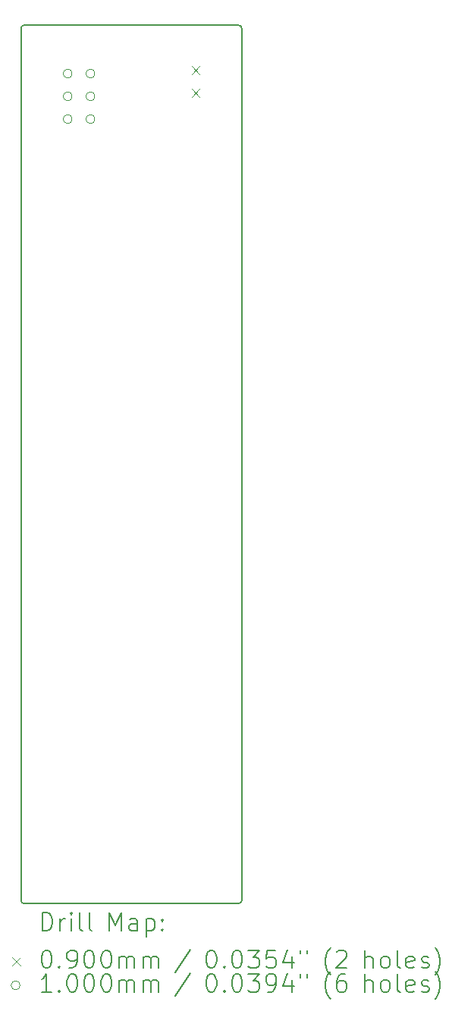
<source format=gbr>
%TF.GenerationSoftware,KiCad,Pcbnew,(7.0.0-0)*%
%TF.CreationDate,2023-07-17T23:24:22-05:00*%
%TF.ProjectId,crew-SAO,63726577-2d53-4414-9f2e-6b696361645f,rev?*%
%TF.SameCoordinates,Original*%
%TF.FileFunction,Drillmap*%
%TF.FilePolarity,Positive*%
%FSLAX45Y45*%
G04 Gerber Fmt 4.5, Leading zero omitted, Abs format (unit mm)*
G04 Created by KiCad (PCBNEW (7.0.0-0)) date 2023-07-17 23:24:22*
%MOMM*%
%LPD*%
G01*
G04 APERTURE LIST*
%ADD10C,0.150000*%
%ADD11C,0.200000*%
%ADD12C,0.090000*%
%ADD13C,0.100000*%
G04 APERTURE END LIST*
D10*
X4130000Y-15790000D02*
X6516716Y-15790000D01*
X6556716Y-6023953D02*
X6556716Y-15750000D01*
X4128284Y-5983284D02*
G75*
G03*
X4088284Y-6023284I-4J-39996D01*
G01*
X4090000Y-6023284D02*
X4090000Y-15750000D01*
X6516716Y-15789996D02*
G75*
G03*
X6556716Y-15750000I4J39996D01*
G01*
X6556716Y-6023953D02*
G75*
G03*
X6517372Y-5983284I-40006J663D01*
G01*
X4128284Y-5983284D02*
X6517372Y-5983284D01*
X4090000Y-15750000D02*
G75*
G03*
X4130000Y-15790000I40000J0D01*
G01*
D11*
D12*
X5995000Y-6440000D02*
X6085000Y-6530000D01*
X6085000Y-6440000D02*
X5995000Y-6530000D01*
X5995000Y-6694000D02*
X6085000Y-6784000D01*
X6085000Y-6694000D02*
X5995000Y-6784000D01*
D13*
X4661000Y-6525000D02*
G75*
G03*
X4661000Y-6525000I-50000J0D01*
G01*
X4661000Y-6779000D02*
G75*
G03*
X4661000Y-6779000I-50000J0D01*
G01*
X4661000Y-7033000D02*
G75*
G03*
X4661000Y-7033000I-50000J0D01*
G01*
X4915000Y-6525000D02*
G75*
G03*
X4915000Y-6525000I-50000J0D01*
G01*
X4915000Y-6779000D02*
G75*
G03*
X4915000Y-6779000I-50000J0D01*
G01*
X4915000Y-7033000D02*
G75*
G03*
X4915000Y-7033000I-50000J0D01*
G01*
D11*
X4328403Y-16090976D02*
X4328403Y-15890976D01*
X4328403Y-15890976D02*
X4376022Y-15890976D01*
X4376022Y-15890976D02*
X4404594Y-15900500D01*
X4404594Y-15900500D02*
X4423641Y-15919548D01*
X4423641Y-15919548D02*
X4433165Y-15938595D01*
X4433165Y-15938595D02*
X4442689Y-15976690D01*
X4442689Y-15976690D02*
X4442689Y-16005262D01*
X4442689Y-16005262D02*
X4433165Y-16043357D01*
X4433165Y-16043357D02*
X4423641Y-16062405D01*
X4423641Y-16062405D02*
X4404594Y-16081452D01*
X4404594Y-16081452D02*
X4376022Y-16090976D01*
X4376022Y-16090976D02*
X4328403Y-16090976D01*
X4528403Y-16090976D02*
X4528403Y-15957643D01*
X4528403Y-15995738D02*
X4537927Y-15976690D01*
X4537927Y-15976690D02*
X4547451Y-15967167D01*
X4547451Y-15967167D02*
X4566499Y-15957643D01*
X4566499Y-15957643D02*
X4585546Y-15957643D01*
X4652213Y-16090976D02*
X4652213Y-15957643D01*
X4652213Y-15890976D02*
X4642689Y-15900500D01*
X4642689Y-15900500D02*
X4652213Y-15910024D01*
X4652213Y-15910024D02*
X4661737Y-15900500D01*
X4661737Y-15900500D02*
X4652213Y-15890976D01*
X4652213Y-15890976D02*
X4652213Y-15910024D01*
X4776022Y-16090976D02*
X4756975Y-16081452D01*
X4756975Y-16081452D02*
X4747451Y-16062405D01*
X4747451Y-16062405D02*
X4747451Y-15890976D01*
X4880784Y-16090976D02*
X4861737Y-16081452D01*
X4861737Y-16081452D02*
X4852213Y-16062405D01*
X4852213Y-16062405D02*
X4852213Y-15890976D01*
X5076975Y-16090976D02*
X5076975Y-15890976D01*
X5076975Y-15890976D02*
X5143641Y-16033833D01*
X5143641Y-16033833D02*
X5210308Y-15890976D01*
X5210308Y-15890976D02*
X5210308Y-16090976D01*
X5391260Y-16090976D02*
X5391260Y-15986214D01*
X5391260Y-15986214D02*
X5381737Y-15967167D01*
X5381737Y-15967167D02*
X5362689Y-15957643D01*
X5362689Y-15957643D02*
X5324594Y-15957643D01*
X5324594Y-15957643D02*
X5305546Y-15967167D01*
X5391260Y-16081452D02*
X5372213Y-16090976D01*
X5372213Y-16090976D02*
X5324594Y-16090976D01*
X5324594Y-16090976D02*
X5305546Y-16081452D01*
X5305546Y-16081452D02*
X5296022Y-16062405D01*
X5296022Y-16062405D02*
X5296022Y-16043357D01*
X5296022Y-16043357D02*
X5305546Y-16024309D01*
X5305546Y-16024309D02*
X5324594Y-16014786D01*
X5324594Y-16014786D02*
X5372213Y-16014786D01*
X5372213Y-16014786D02*
X5391260Y-16005262D01*
X5486499Y-15957643D02*
X5486499Y-16157643D01*
X5486499Y-15967167D02*
X5505546Y-15957643D01*
X5505546Y-15957643D02*
X5543641Y-15957643D01*
X5543641Y-15957643D02*
X5562689Y-15967167D01*
X5562689Y-15967167D02*
X5572213Y-15976690D01*
X5572213Y-15976690D02*
X5581737Y-15995738D01*
X5581737Y-15995738D02*
X5581737Y-16052881D01*
X5581737Y-16052881D02*
X5572213Y-16071928D01*
X5572213Y-16071928D02*
X5562689Y-16081452D01*
X5562689Y-16081452D02*
X5543641Y-16090976D01*
X5543641Y-16090976D02*
X5505546Y-16090976D01*
X5505546Y-16090976D02*
X5486499Y-16081452D01*
X5667451Y-16071928D02*
X5676975Y-16081452D01*
X5676975Y-16081452D02*
X5667451Y-16090976D01*
X5667451Y-16090976D02*
X5657927Y-16081452D01*
X5657927Y-16081452D02*
X5667451Y-16071928D01*
X5667451Y-16071928D02*
X5667451Y-16090976D01*
X5667451Y-15967167D02*
X5676975Y-15976690D01*
X5676975Y-15976690D02*
X5667451Y-15986214D01*
X5667451Y-15986214D02*
X5657927Y-15976690D01*
X5657927Y-15976690D02*
X5667451Y-15967167D01*
X5667451Y-15967167D02*
X5667451Y-15986214D01*
D12*
X3990784Y-16392500D02*
X4080784Y-16482500D01*
X4080784Y-16392500D02*
X3990784Y-16482500D01*
D11*
X4366499Y-16310976D02*
X4385546Y-16310976D01*
X4385546Y-16310976D02*
X4404594Y-16320500D01*
X4404594Y-16320500D02*
X4414118Y-16330024D01*
X4414118Y-16330024D02*
X4423641Y-16349071D01*
X4423641Y-16349071D02*
X4433165Y-16387167D01*
X4433165Y-16387167D02*
X4433165Y-16434786D01*
X4433165Y-16434786D02*
X4423641Y-16472881D01*
X4423641Y-16472881D02*
X4414118Y-16491928D01*
X4414118Y-16491928D02*
X4404594Y-16501452D01*
X4404594Y-16501452D02*
X4385546Y-16510976D01*
X4385546Y-16510976D02*
X4366499Y-16510976D01*
X4366499Y-16510976D02*
X4347451Y-16501452D01*
X4347451Y-16501452D02*
X4337927Y-16491928D01*
X4337927Y-16491928D02*
X4328403Y-16472881D01*
X4328403Y-16472881D02*
X4318880Y-16434786D01*
X4318880Y-16434786D02*
X4318880Y-16387167D01*
X4318880Y-16387167D02*
X4328403Y-16349071D01*
X4328403Y-16349071D02*
X4337927Y-16330024D01*
X4337927Y-16330024D02*
X4347451Y-16320500D01*
X4347451Y-16320500D02*
X4366499Y-16310976D01*
X4518880Y-16491928D02*
X4528403Y-16501452D01*
X4528403Y-16501452D02*
X4518880Y-16510976D01*
X4518880Y-16510976D02*
X4509356Y-16501452D01*
X4509356Y-16501452D02*
X4518880Y-16491928D01*
X4518880Y-16491928D02*
X4518880Y-16510976D01*
X4623641Y-16510976D02*
X4661737Y-16510976D01*
X4661737Y-16510976D02*
X4680784Y-16501452D01*
X4680784Y-16501452D02*
X4690308Y-16491928D01*
X4690308Y-16491928D02*
X4709356Y-16463357D01*
X4709356Y-16463357D02*
X4718880Y-16425262D01*
X4718880Y-16425262D02*
X4718880Y-16349071D01*
X4718880Y-16349071D02*
X4709356Y-16330024D01*
X4709356Y-16330024D02*
X4699832Y-16320500D01*
X4699832Y-16320500D02*
X4680784Y-16310976D01*
X4680784Y-16310976D02*
X4642689Y-16310976D01*
X4642689Y-16310976D02*
X4623641Y-16320500D01*
X4623641Y-16320500D02*
X4614118Y-16330024D01*
X4614118Y-16330024D02*
X4604594Y-16349071D01*
X4604594Y-16349071D02*
X4604594Y-16396690D01*
X4604594Y-16396690D02*
X4614118Y-16415738D01*
X4614118Y-16415738D02*
X4623641Y-16425262D01*
X4623641Y-16425262D02*
X4642689Y-16434786D01*
X4642689Y-16434786D02*
X4680784Y-16434786D01*
X4680784Y-16434786D02*
X4699832Y-16425262D01*
X4699832Y-16425262D02*
X4709356Y-16415738D01*
X4709356Y-16415738D02*
X4718880Y-16396690D01*
X4842689Y-16310976D02*
X4861737Y-16310976D01*
X4861737Y-16310976D02*
X4880784Y-16320500D01*
X4880784Y-16320500D02*
X4890308Y-16330024D01*
X4890308Y-16330024D02*
X4899832Y-16349071D01*
X4899832Y-16349071D02*
X4909356Y-16387167D01*
X4909356Y-16387167D02*
X4909356Y-16434786D01*
X4909356Y-16434786D02*
X4899832Y-16472881D01*
X4899832Y-16472881D02*
X4890308Y-16491928D01*
X4890308Y-16491928D02*
X4880784Y-16501452D01*
X4880784Y-16501452D02*
X4861737Y-16510976D01*
X4861737Y-16510976D02*
X4842689Y-16510976D01*
X4842689Y-16510976D02*
X4823641Y-16501452D01*
X4823641Y-16501452D02*
X4814118Y-16491928D01*
X4814118Y-16491928D02*
X4804594Y-16472881D01*
X4804594Y-16472881D02*
X4795070Y-16434786D01*
X4795070Y-16434786D02*
X4795070Y-16387167D01*
X4795070Y-16387167D02*
X4804594Y-16349071D01*
X4804594Y-16349071D02*
X4814118Y-16330024D01*
X4814118Y-16330024D02*
X4823641Y-16320500D01*
X4823641Y-16320500D02*
X4842689Y-16310976D01*
X5033165Y-16310976D02*
X5052213Y-16310976D01*
X5052213Y-16310976D02*
X5071261Y-16320500D01*
X5071261Y-16320500D02*
X5080784Y-16330024D01*
X5080784Y-16330024D02*
X5090308Y-16349071D01*
X5090308Y-16349071D02*
X5099832Y-16387167D01*
X5099832Y-16387167D02*
X5099832Y-16434786D01*
X5099832Y-16434786D02*
X5090308Y-16472881D01*
X5090308Y-16472881D02*
X5080784Y-16491928D01*
X5080784Y-16491928D02*
X5071261Y-16501452D01*
X5071261Y-16501452D02*
X5052213Y-16510976D01*
X5052213Y-16510976D02*
X5033165Y-16510976D01*
X5033165Y-16510976D02*
X5014118Y-16501452D01*
X5014118Y-16501452D02*
X5004594Y-16491928D01*
X5004594Y-16491928D02*
X4995070Y-16472881D01*
X4995070Y-16472881D02*
X4985546Y-16434786D01*
X4985546Y-16434786D02*
X4985546Y-16387167D01*
X4985546Y-16387167D02*
X4995070Y-16349071D01*
X4995070Y-16349071D02*
X5004594Y-16330024D01*
X5004594Y-16330024D02*
X5014118Y-16320500D01*
X5014118Y-16320500D02*
X5033165Y-16310976D01*
X5185546Y-16510976D02*
X5185546Y-16377643D01*
X5185546Y-16396690D02*
X5195070Y-16387167D01*
X5195070Y-16387167D02*
X5214118Y-16377643D01*
X5214118Y-16377643D02*
X5242689Y-16377643D01*
X5242689Y-16377643D02*
X5261737Y-16387167D01*
X5261737Y-16387167D02*
X5271261Y-16406214D01*
X5271261Y-16406214D02*
X5271261Y-16510976D01*
X5271261Y-16406214D02*
X5280784Y-16387167D01*
X5280784Y-16387167D02*
X5299832Y-16377643D01*
X5299832Y-16377643D02*
X5328403Y-16377643D01*
X5328403Y-16377643D02*
X5347451Y-16387167D01*
X5347451Y-16387167D02*
X5356975Y-16406214D01*
X5356975Y-16406214D02*
X5356975Y-16510976D01*
X5452213Y-16510976D02*
X5452213Y-16377643D01*
X5452213Y-16396690D02*
X5461737Y-16387167D01*
X5461737Y-16387167D02*
X5480784Y-16377643D01*
X5480784Y-16377643D02*
X5509356Y-16377643D01*
X5509356Y-16377643D02*
X5528403Y-16387167D01*
X5528403Y-16387167D02*
X5537927Y-16406214D01*
X5537927Y-16406214D02*
X5537927Y-16510976D01*
X5537927Y-16406214D02*
X5547451Y-16387167D01*
X5547451Y-16387167D02*
X5566499Y-16377643D01*
X5566499Y-16377643D02*
X5595070Y-16377643D01*
X5595070Y-16377643D02*
X5614118Y-16387167D01*
X5614118Y-16387167D02*
X5623641Y-16406214D01*
X5623641Y-16406214D02*
X5623641Y-16510976D01*
X5981737Y-16301452D02*
X5810308Y-16558595D01*
X6206499Y-16310976D02*
X6225546Y-16310976D01*
X6225546Y-16310976D02*
X6244594Y-16320500D01*
X6244594Y-16320500D02*
X6254118Y-16330024D01*
X6254118Y-16330024D02*
X6263641Y-16349071D01*
X6263641Y-16349071D02*
X6273165Y-16387167D01*
X6273165Y-16387167D02*
X6273165Y-16434786D01*
X6273165Y-16434786D02*
X6263641Y-16472881D01*
X6263641Y-16472881D02*
X6254118Y-16491928D01*
X6254118Y-16491928D02*
X6244594Y-16501452D01*
X6244594Y-16501452D02*
X6225546Y-16510976D01*
X6225546Y-16510976D02*
X6206499Y-16510976D01*
X6206499Y-16510976D02*
X6187451Y-16501452D01*
X6187451Y-16501452D02*
X6177927Y-16491928D01*
X6177927Y-16491928D02*
X6168403Y-16472881D01*
X6168403Y-16472881D02*
X6158880Y-16434786D01*
X6158880Y-16434786D02*
X6158880Y-16387167D01*
X6158880Y-16387167D02*
X6168403Y-16349071D01*
X6168403Y-16349071D02*
X6177927Y-16330024D01*
X6177927Y-16330024D02*
X6187451Y-16320500D01*
X6187451Y-16320500D02*
X6206499Y-16310976D01*
X6358880Y-16491928D02*
X6368403Y-16501452D01*
X6368403Y-16501452D02*
X6358880Y-16510976D01*
X6358880Y-16510976D02*
X6349356Y-16501452D01*
X6349356Y-16501452D02*
X6358880Y-16491928D01*
X6358880Y-16491928D02*
X6358880Y-16510976D01*
X6492213Y-16310976D02*
X6511261Y-16310976D01*
X6511261Y-16310976D02*
X6530308Y-16320500D01*
X6530308Y-16320500D02*
X6539832Y-16330024D01*
X6539832Y-16330024D02*
X6549356Y-16349071D01*
X6549356Y-16349071D02*
X6558880Y-16387167D01*
X6558880Y-16387167D02*
X6558880Y-16434786D01*
X6558880Y-16434786D02*
X6549356Y-16472881D01*
X6549356Y-16472881D02*
X6539832Y-16491928D01*
X6539832Y-16491928D02*
X6530308Y-16501452D01*
X6530308Y-16501452D02*
X6511261Y-16510976D01*
X6511261Y-16510976D02*
X6492213Y-16510976D01*
X6492213Y-16510976D02*
X6473165Y-16501452D01*
X6473165Y-16501452D02*
X6463641Y-16491928D01*
X6463641Y-16491928D02*
X6454118Y-16472881D01*
X6454118Y-16472881D02*
X6444594Y-16434786D01*
X6444594Y-16434786D02*
X6444594Y-16387167D01*
X6444594Y-16387167D02*
X6454118Y-16349071D01*
X6454118Y-16349071D02*
X6463641Y-16330024D01*
X6463641Y-16330024D02*
X6473165Y-16320500D01*
X6473165Y-16320500D02*
X6492213Y-16310976D01*
X6625546Y-16310976D02*
X6749356Y-16310976D01*
X6749356Y-16310976D02*
X6682689Y-16387167D01*
X6682689Y-16387167D02*
X6711261Y-16387167D01*
X6711261Y-16387167D02*
X6730308Y-16396690D01*
X6730308Y-16396690D02*
X6739832Y-16406214D01*
X6739832Y-16406214D02*
X6749356Y-16425262D01*
X6749356Y-16425262D02*
X6749356Y-16472881D01*
X6749356Y-16472881D02*
X6739832Y-16491928D01*
X6739832Y-16491928D02*
X6730308Y-16501452D01*
X6730308Y-16501452D02*
X6711261Y-16510976D01*
X6711261Y-16510976D02*
X6654118Y-16510976D01*
X6654118Y-16510976D02*
X6635070Y-16501452D01*
X6635070Y-16501452D02*
X6625546Y-16491928D01*
X6930308Y-16310976D02*
X6835070Y-16310976D01*
X6835070Y-16310976D02*
X6825546Y-16406214D01*
X6825546Y-16406214D02*
X6835070Y-16396690D01*
X6835070Y-16396690D02*
X6854118Y-16387167D01*
X6854118Y-16387167D02*
X6901737Y-16387167D01*
X6901737Y-16387167D02*
X6920784Y-16396690D01*
X6920784Y-16396690D02*
X6930308Y-16406214D01*
X6930308Y-16406214D02*
X6939832Y-16425262D01*
X6939832Y-16425262D02*
X6939832Y-16472881D01*
X6939832Y-16472881D02*
X6930308Y-16491928D01*
X6930308Y-16491928D02*
X6920784Y-16501452D01*
X6920784Y-16501452D02*
X6901737Y-16510976D01*
X6901737Y-16510976D02*
X6854118Y-16510976D01*
X6854118Y-16510976D02*
X6835070Y-16501452D01*
X6835070Y-16501452D02*
X6825546Y-16491928D01*
X7111261Y-16377643D02*
X7111261Y-16510976D01*
X7063641Y-16301452D02*
X7016022Y-16444309D01*
X7016022Y-16444309D02*
X7139832Y-16444309D01*
X7206499Y-16310976D02*
X7206499Y-16349071D01*
X7282689Y-16310976D02*
X7282689Y-16349071D01*
X7545546Y-16587167D02*
X7536022Y-16577643D01*
X7536022Y-16577643D02*
X7516975Y-16549071D01*
X7516975Y-16549071D02*
X7507451Y-16530024D01*
X7507451Y-16530024D02*
X7497927Y-16501452D01*
X7497927Y-16501452D02*
X7488403Y-16453833D01*
X7488403Y-16453833D02*
X7488403Y-16415738D01*
X7488403Y-16415738D02*
X7497927Y-16368119D01*
X7497927Y-16368119D02*
X7507451Y-16339548D01*
X7507451Y-16339548D02*
X7516975Y-16320500D01*
X7516975Y-16320500D02*
X7536022Y-16291928D01*
X7536022Y-16291928D02*
X7545546Y-16282405D01*
X7612213Y-16330024D02*
X7621737Y-16320500D01*
X7621737Y-16320500D02*
X7640784Y-16310976D01*
X7640784Y-16310976D02*
X7688403Y-16310976D01*
X7688403Y-16310976D02*
X7707451Y-16320500D01*
X7707451Y-16320500D02*
X7716975Y-16330024D01*
X7716975Y-16330024D02*
X7726499Y-16349071D01*
X7726499Y-16349071D02*
X7726499Y-16368119D01*
X7726499Y-16368119D02*
X7716975Y-16396690D01*
X7716975Y-16396690D02*
X7602689Y-16510976D01*
X7602689Y-16510976D02*
X7726499Y-16510976D01*
X7932213Y-16510976D02*
X7932213Y-16310976D01*
X8017927Y-16510976D02*
X8017927Y-16406214D01*
X8017927Y-16406214D02*
X8008403Y-16387167D01*
X8008403Y-16387167D02*
X7989356Y-16377643D01*
X7989356Y-16377643D02*
X7960784Y-16377643D01*
X7960784Y-16377643D02*
X7941737Y-16387167D01*
X7941737Y-16387167D02*
X7932213Y-16396690D01*
X8141737Y-16510976D02*
X8122689Y-16501452D01*
X8122689Y-16501452D02*
X8113165Y-16491928D01*
X8113165Y-16491928D02*
X8103642Y-16472881D01*
X8103642Y-16472881D02*
X8103642Y-16415738D01*
X8103642Y-16415738D02*
X8113165Y-16396690D01*
X8113165Y-16396690D02*
X8122689Y-16387167D01*
X8122689Y-16387167D02*
X8141737Y-16377643D01*
X8141737Y-16377643D02*
X8170308Y-16377643D01*
X8170308Y-16377643D02*
X8189356Y-16387167D01*
X8189356Y-16387167D02*
X8198880Y-16396690D01*
X8198880Y-16396690D02*
X8208403Y-16415738D01*
X8208403Y-16415738D02*
X8208403Y-16472881D01*
X8208403Y-16472881D02*
X8198880Y-16491928D01*
X8198880Y-16491928D02*
X8189356Y-16501452D01*
X8189356Y-16501452D02*
X8170308Y-16510976D01*
X8170308Y-16510976D02*
X8141737Y-16510976D01*
X8322689Y-16510976D02*
X8303642Y-16501452D01*
X8303642Y-16501452D02*
X8294118Y-16482405D01*
X8294118Y-16482405D02*
X8294118Y-16310976D01*
X8475070Y-16501452D02*
X8456023Y-16510976D01*
X8456023Y-16510976D02*
X8417927Y-16510976D01*
X8417927Y-16510976D02*
X8398880Y-16501452D01*
X8398880Y-16501452D02*
X8389356Y-16482405D01*
X8389356Y-16482405D02*
X8389356Y-16406214D01*
X8389356Y-16406214D02*
X8398880Y-16387167D01*
X8398880Y-16387167D02*
X8417927Y-16377643D01*
X8417927Y-16377643D02*
X8456023Y-16377643D01*
X8456023Y-16377643D02*
X8475070Y-16387167D01*
X8475070Y-16387167D02*
X8484594Y-16406214D01*
X8484594Y-16406214D02*
X8484594Y-16425262D01*
X8484594Y-16425262D02*
X8389356Y-16444309D01*
X8560785Y-16501452D02*
X8579832Y-16510976D01*
X8579832Y-16510976D02*
X8617927Y-16510976D01*
X8617927Y-16510976D02*
X8636975Y-16501452D01*
X8636975Y-16501452D02*
X8646499Y-16482405D01*
X8646499Y-16482405D02*
X8646499Y-16472881D01*
X8646499Y-16472881D02*
X8636975Y-16453833D01*
X8636975Y-16453833D02*
X8617927Y-16444309D01*
X8617927Y-16444309D02*
X8589356Y-16444309D01*
X8589356Y-16444309D02*
X8570308Y-16434786D01*
X8570308Y-16434786D02*
X8560785Y-16415738D01*
X8560785Y-16415738D02*
X8560785Y-16406214D01*
X8560785Y-16406214D02*
X8570308Y-16387167D01*
X8570308Y-16387167D02*
X8589356Y-16377643D01*
X8589356Y-16377643D02*
X8617927Y-16377643D01*
X8617927Y-16377643D02*
X8636975Y-16387167D01*
X8713166Y-16587167D02*
X8722689Y-16577643D01*
X8722689Y-16577643D02*
X8741737Y-16549071D01*
X8741737Y-16549071D02*
X8751261Y-16530024D01*
X8751261Y-16530024D02*
X8760785Y-16501452D01*
X8760785Y-16501452D02*
X8770308Y-16453833D01*
X8770308Y-16453833D02*
X8770308Y-16415738D01*
X8770308Y-16415738D02*
X8760785Y-16368119D01*
X8760785Y-16368119D02*
X8751261Y-16339548D01*
X8751261Y-16339548D02*
X8741737Y-16320500D01*
X8741737Y-16320500D02*
X8722689Y-16291928D01*
X8722689Y-16291928D02*
X8713166Y-16282405D01*
D13*
X4080784Y-16701500D02*
G75*
G03*
X4080784Y-16701500I-50000J0D01*
G01*
D11*
X4433165Y-16774976D02*
X4318880Y-16774976D01*
X4376022Y-16774976D02*
X4376022Y-16574976D01*
X4376022Y-16574976D02*
X4356975Y-16603548D01*
X4356975Y-16603548D02*
X4337927Y-16622595D01*
X4337927Y-16622595D02*
X4318880Y-16632119D01*
X4518880Y-16755928D02*
X4528403Y-16765452D01*
X4528403Y-16765452D02*
X4518880Y-16774976D01*
X4518880Y-16774976D02*
X4509356Y-16765452D01*
X4509356Y-16765452D02*
X4518880Y-16755928D01*
X4518880Y-16755928D02*
X4518880Y-16774976D01*
X4652213Y-16574976D02*
X4671261Y-16574976D01*
X4671261Y-16574976D02*
X4690308Y-16584500D01*
X4690308Y-16584500D02*
X4699832Y-16594024D01*
X4699832Y-16594024D02*
X4709356Y-16613071D01*
X4709356Y-16613071D02*
X4718880Y-16651167D01*
X4718880Y-16651167D02*
X4718880Y-16698786D01*
X4718880Y-16698786D02*
X4709356Y-16736881D01*
X4709356Y-16736881D02*
X4699832Y-16755928D01*
X4699832Y-16755928D02*
X4690308Y-16765452D01*
X4690308Y-16765452D02*
X4671261Y-16774976D01*
X4671261Y-16774976D02*
X4652213Y-16774976D01*
X4652213Y-16774976D02*
X4633165Y-16765452D01*
X4633165Y-16765452D02*
X4623641Y-16755928D01*
X4623641Y-16755928D02*
X4614118Y-16736881D01*
X4614118Y-16736881D02*
X4604594Y-16698786D01*
X4604594Y-16698786D02*
X4604594Y-16651167D01*
X4604594Y-16651167D02*
X4614118Y-16613071D01*
X4614118Y-16613071D02*
X4623641Y-16594024D01*
X4623641Y-16594024D02*
X4633165Y-16584500D01*
X4633165Y-16584500D02*
X4652213Y-16574976D01*
X4842689Y-16574976D02*
X4861737Y-16574976D01*
X4861737Y-16574976D02*
X4880784Y-16584500D01*
X4880784Y-16584500D02*
X4890308Y-16594024D01*
X4890308Y-16594024D02*
X4899832Y-16613071D01*
X4899832Y-16613071D02*
X4909356Y-16651167D01*
X4909356Y-16651167D02*
X4909356Y-16698786D01*
X4909356Y-16698786D02*
X4899832Y-16736881D01*
X4899832Y-16736881D02*
X4890308Y-16755928D01*
X4890308Y-16755928D02*
X4880784Y-16765452D01*
X4880784Y-16765452D02*
X4861737Y-16774976D01*
X4861737Y-16774976D02*
X4842689Y-16774976D01*
X4842689Y-16774976D02*
X4823641Y-16765452D01*
X4823641Y-16765452D02*
X4814118Y-16755928D01*
X4814118Y-16755928D02*
X4804594Y-16736881D01*
X4804594Y-16736881D02*
X4795070Y-16698786D01*
X4795070Y-16698786D02*
X4795070Y-16651167D01*
X4795070Y-16651167D02*
X4804594Y-16613071D01*
X4804594Y-16613071D02*
X4814118Y-16594024D01*
X4814118Y-16594024D02*
X4823641Y-16584500D01*
X4823641Y-16584500D02*
X4842689Y-16574976D01*
X5033165Y-16574976D02*
X5052213Y-16574976D01*
X5052213Y-16574976D02*
X5071261Y-16584500D01*
X5071261Y-16584500D02*
X5080784Y-16594024D01*
X5080784Y-16594024D02*
X5090308Y-16613071D01*
X5090308Y-16613071D02*
X5099832Y-16651167D01*
X5099832Y-16651167D02*
X5099832Y-16698786D01*
X5099832Y-16698786D02*
X5090308Y-16736881D01*
X5090308Y-16736881D02*
X5080784Y-16755928D01*
X5080784Y-16755928D02*
X5071261Y-16765452D01*
X5071261Y-16765452D02*
X5052213Y-16774976D01*
X5052213Y-16774976D02*
X5033165Y-16774976D01*
X5033165Y-16774976D02*
X5014118Y-16765452D01*
X5014118Y-16765452D02*
X5004594Y-16755928D01*
X5004594Y-16755928D02*
X4995070Y-16736881D01*
X4995070Y-16736881D02*
X4985546Y-16698786D01*
X4985546Y-16698786D02*
X4985546Y-16651167D01*
X4985546Y-16651167D02*
X4995070Y-16613071D01*
X4995070Y-16613071D02*
X5004594Y-16594024D01*
X5004594Y-16594024D02*
X5014118Y-16584500D01*
X5014118Y-16584500D02*
X5033165Y-16574976D01*
X5185546Y-16774976D02*
X5185546Y-16641643D01*
X5185546Y-16660690D02*
X5195070Y-16651167D01*
X5195070Y-16651167D02*
X5214118Y-16641643D01*
X5214118Y-16641643D02*
X5242689Y-16641643D01*
X5242689Y-16641643D02*
X5261737Y-16651167D01*
X5261737Y-16651167D02*
X5271261Y-16670214D01*
X5271261Y-16670214D02*
X5271261Y-16774976D01*
X5271261Y-16670214D02*
X5280784Y-16651167D01*
X5280784Y-16651167D02*
X5299832Y-16641643D01*
X5299832Y-16641643D02*
X5328403Y-16641643D01*
X5328403Y-16641643D02*
X5347451Y-16651167D01*
X5347451Y-16651167D02*
X5356975Y-16670214D01*
X5356975Y-16670214D02*
X5356975Y-16774976D01*
X5452213Y-16774976D02*
X5452213Y-16641643D01*
X5452213Y-16660690D02*
X5461737Y-16651167D01*
X5461737Y-16651167D02*
X5480784Y-16641643D01*
X5480784Y-16641643D02*
X5509356Y-16641643D01*
X5509356Y-16641643D02*
X5528403Y-16651167D01*
X5528403Y-16651167D02*
X5537927Y-16670214D01*
X5537927Y-16670214D02*
X5537927Y-16774976D01*
X5537927Y-16670214D02*
X5547451Y-16651167D01*
X5547451Y-16651167D02*
X5566499Y-16641643D01*
X5566499Y-16641643D02*
X5595070Y-16641643D01*
X5595070Y-16641643D02*
X5614118Y-16651167D01*
X5614118Y-16651167D02*
X5623641Y-16670214D01*
X5623641Y-16670214D02*
X5623641Y-16774976D01*
X5981737Y-16565452D02*
X5810308Y-16822595D01*
X6206499Y-16574976D02*
X6225546Y-16574976D01*
X6225546Y-16574976D02*
X6244594Y-16584500D01*
X6244594Y-16584500D02*
X6254118Y-16594024D01*
X6254118Y-16594024D02*
X6263641Y-16613071D01*
X6263641Y-16613071D02*
X6273165Y-16651167D01*
X6273165Y-16651167D02*
X6273165Y-16698786D01*
X6273165Y-16698786D02*
X6263641Y-16736881D01*
X6263641Y-16736881D02*
X6254118Y-16755928D01*
X6254118Y-16755928D02*
X6244594Y-16765452D01*
X6244594Y-16765452D02*
X6225546Y-16774976D01*
X6225546Y-16774976D02*
X6206499Y-16774976D01*
X6206499Y-16774976D02*
X6187451Y-16765452D01*
X6187451Y-16765452D02*
X6177927Y-16755928D01*
X6177927Y-16755928D02*
X6168403Y-16736881D01*
X6168403Y-16736881D02*
X6158880Y-16698786D01*
X6158880Y-16698786D02*
X6158880Y-16651167D01*
X6158880Y-16651167D02*
X6168403Y-16613071D01*
X6168403Y-16613071D02*
X6177927Y-16594024D01*
X6177927Y-16594024D02*
X6187451Y-16584500D01*
X6187451Y-16584500D02*
X6206499Y-16574976D01*
X6358880Y-16755928D02*
X6368403Y-16765452D01*
X6368403Y-16765452D02*
X6358880Y-16774976D01*
X6358880Y-16774976D02*
X6349356Y-16765452D01*
X6349356Y-16765452D02*
X6358880Y-16755928D01*
X6358880Y-16755928D02*
X6358880Y-16774976D01*
X6492213Y-16574976D02*
X6511261Y-16574976D01*
X6511261Y-16574976D02*
X6530308Y-16584500D01*
X6530308Y-16584500D02*
X6539832Y-16594024D01*
X6539832Y-16594024D02*
X6549356Y-16613071D01*
X6549356Y-16613071D02*
X6558880Y-16651167D01*
X6558880Y-16651167D02*
X6558880Y-16698786D01*
X6558880Y-16698786D02*
X6549356Y-16736881D01*
X6549356Y-16736881D02*
X6539832Y-16755928D01*
X6539832Y-16755928D02*
X6530308Y-16765452D01*
X6530308Y-16765452D02*
X6511261Y-16774976D01*
X6511261Y-16774976D02*
X6492213Y-16774976D01*
X6492213Y-16774976D02*
X6473165Y-16765452D01*
X6473165Y-16765452D02*
X6463641Y-16755928D01*
X6463641Y-16755928D02*
X6454118Y-16736881D01*
X6454118Y-16736881D02*
X6444594Y-16698786D01*
X6444594Y-16698786D02*
X6444594Y-16651167D01*
X6444594Y-16651167D02*
X6454118Y-16613071D01*
X6454118Y-16613071D02*
X6463641Y-16594024D01*
X6463641Y-16594024D02*
X6473165Y-16584500D01*
X6473165Y-16584500D02*
X6492213Y-16574976D01*
X6625546Y-16574976D02*
X6749356Y-16574976D01*
X6749356Y-16574976D02*
X6682689Y-16651167D01*
X6682689Y-16651167D02*
X6711261Y-16651167D01*
X6711261Y-16651167D02*
X6730308Y-16660690D01*
X6730308Y-16660690D02*
X6739832Y-16670214D01*
X6739832Y-16670214D02*
X6749356Y-16689262D01*
X6749356Y-16689262D02*
X6749356Y-16736881D01*
X6749356Y-16736881D02*
X6739832Y-16755928D01*
X6739832Y-16755928D02*
X6730308Y-16765452D01*
X6730308Y-16765452D02*
X6711261Y-16774976D01*
X6711261Y-16774976D02*
X6654118Y-16774976D01*
X6654118Y-16774976D02*
X6635070Y-16765452D01*
X6635070Y-16765452D02*
X6625546Y-16755928D01*
X6844594Y-16774976D02*
X6882689Y-16774976D01*
X6882689Y-16774976D02*
X6901737Y-16765452D01*
X6901737Y-16765452D02*
X6911261Y-16755928D01*
X6911261Y-16755928D02*
X6930308Y-16727357D01*
X6930308Y-16727357D02*
X6939832Y-16689262D01*
X6939832Y-16689262D02*
X6939832Y-16613071D01*
X6939832Y-16613071D02*
X6930308Y-16594024D01*
X6930308Y-16594024D02*
X6920784Y-16584500D01*
X6920784Y-16584500D02*
X6901737Y-16574976D01*
X6901737Y-16574976D02*
X6863641Y-16574976D01*
X6863641Y-16574976D02*
X6844594Y-16584500D01*
X6844594Y-16584500D02*
X6835070Y-16594024D01*
X6835070Y-16594024D02*
X6825546Y-16613071D01*
X6825546Y-16613071D02*
X6825546Y-16660690D01*
X6825546Y-16660690D02*
X6835070Y-16679738D01*
X6835070Y-16679738D02*
X6844594Y-16689262D01*
X6844594Y-16689262D02*
X6863641Y-16698786D01*
X6863641Y-16698786D02*
X6901737Y-16698786D01*
X6901737Y-16698786D02*
X6920784Y-16689262D01*
X6920784Y-16689262D02*
X6930308Y-16679738D01*
X6930308Y-16679738D02*
X6939832Y-16660690D01*
X7111261Y-16641643D02*
X7111261Y-16774976D01*
X7063641Y-16565452D02*
X7016022Y-16708309D01*
X7016022Y-16708309D02*
X7139832Y-16708309D01*
X7206499Y-16574976D02*
X7206499Y-16613071D01*
X7282689Y-16574976D02*
X7282689Y-16613071D01*
X7545546Y-16851167D02*
X7536022Y-16841643D01*
X7536022Y-16841643D02*
X7516975Y-16813071D01*
X7516975Y-16813071D02*
X7507451Y-16794024D01*
X7507451Y-16794024D02*
X7497927Y-16765452D01*
X7497927Y-16765452D02*
X7488403Y-16717833D01*
X7488403Y-16717833D02*
X7488403Y-16679738D01*
X7488403Y-16679738D02*
X7497927Y-16632119D01*
X7497927Y-16632119D02*
X7507451Y-16603548D01*
X7507451Y-16603548D02*
X7516975Y-16584500D01*
X7516975Y-16584500D02*
X7536022Y-16555928D01*
X7536022Y-16555928D02*
X7545546Y-16546405D01*
X7707451Y-16574976D02*
X7669356Y-16574976D01*
X7669356Y-16574976D02*
X7650308Y-16584500D01*
X7650308Y-16584500D02*
X7640784Y-16594024D01*
X7640784Y-16594024D02*
X7621737Y-16622595D01*
X7621737Y-16622595D02*
X7612213Y-16660690D01*
X7612213Y-16660690D02*
X7612213Y-16736881D01*
X7612213Y-16736881D02*
X7621737Y-16755928D01*
X7621737Y-16755928D02*
X7631261Y-16765452D01*
X7631261Y-16765452D02*
X7650308Y-16774976D01*
X7650308Y-16774976D02*
X7688403Y-16774976D01*
X7688403Y-16774976D02*
X7707451Y-16765452D01*
X7707451Y-16765452D02*
X7716975Y-16755928D01*
X7716975Y-16755928D02*
X7726499Y-16736881D01*
X7726499Y-16736881D02*
X7726499Y-16689262D01*
X7726499Y-16689262D02*
X7716975Y-16670214D01*
X7716975Y-16670214D02*
X7707451Y-16660690D01*
X7707451Y-16660690D02*
X7688403Y-16651167D01*
X7688403Y-16651167D02*
X7650308Y-16651167D01*
X7650308Y-16651167D02*
X7631261Y-16660690D01*
X7631261Y-16660690D02*
X7621737Y-16670214D01*
X7621737Y-16670214D02*
X7612213Y-16689262D01*
X7932213Y-16774976D02*
X7932213Y-16574976D01*
X8017927Y-16774976D02*
X8017927Y-16670214D01*
X8017927Y-16670214D02*
X8008403Y-16651167D01*
X8008403Y-16651167D02*
X7989356Y-16641643D01*
X7989356Y-16641643D02*
X7960784Y-16641643D01*
X7960784Y-16641643D02*
X7941737Y-16651167D01*
X7941737Y-16651167D02*
X7932213Y-16660690D01*
X8141737Y-16774976D02*
X8122689Y-16765452D01*
X8122689Y-16765452D02*
X8113165Y-16755928D01*
X8113165Y-16755928D02*
X8103642Y-16736881D01*
X8103642Y-16736881D02*
X8103642Y-16679738D01*
X8103642Y-16679738D02*
X8113165Y-16660690D01*
X8113165Y-16660690D02*
X8122689Y-16651167D01*
X8122689Y-16651167D02*
X8141737Y-16641643D01*
X8141737Y-16641643D02*
X8170308Y-16641643D01*
X8170308Y-16641643D02*
X8189356Y-16651167D01*
X8189356Y-16651167D02*
X8198880Y-16660690D01*
X8198880Y-16660690D02*
X8208403Y-16679738D01*
X8208403Y-16679738D02*
X8208403Y-16736881D01*
X8208403Y-16736881D02*
X8198880Y-16755928D01*
X8198880Y-16755928D02*
X8189356Y-16765452D01*
X8189356Y-16765452D02*
X8170308Y-16774976D01*
X8170308Y-16774976D02*
X8141737Y-16774976D01*
X8322689Y-16774976D02*
X8303642Y-16765452D01*
X8303642Y-16765452D02*
X8294118Y-16746405D01*
X8294118Y-16746405D02*
X8294118Y-16574976D01*
X8475070Y-16765452D02*
X8456023Y-16774976D01*
X8456023Y-16774976D02*
X8417927Y-16774976D01*
X8417927Y-16774976D02*
X8398880Y-16765452D01*
X8398880Y-16765452D02*
X8389356Y-16746405D01*
X8389356Y-16746405D02*
X8389356Y-16670214D01*
X8389356Y-16670214D02*
X8398880Y-16651167D01*
X8398880Y-16651167D02*
X8417927Y-16641643D01*
X8417927Y-16641643D02*
X8456023Y-16641643D01*
X8456023Y-16641643D02*
X8475070Y-16651167D01*
X8475070Y-16651167D02*
X8484594Y-16670214D01*
X8484594Y-16670214D02*
X8484594Y-16689262D01*
X8484594Y-16689262D02*
X8389356Y-16708309D01*
X8560785Y-16765452D02*
X8579832Y-16774976D01*
X8579832Y-16774976D02*
X8617927Y-16774976D01*
X8617927Y-16774976D02*
X8636975Y-16765452D01*
X8636975Y-16765452D02*
X8646499Y-16746405D01*
X8646499Y-16746405D02*
X8646499Y-16736881D01*
X8646499Y-16736881D02*
X8636975Y-16717833D01*
X8636975Y-16717833D02*
X8617927Y-16708309D01*
X8617927Y-16708309D02*
X8589356Y-16708309D01*
X8589356Y-16708309D02*
X8570308Y-16698786D01*
X8570308Y-16698786D02*
X8560785Y-16679738D01*
X8560785Y-16679738D02*
X8560785Y-16670214D01*
X8560785Y-16670214D02*
X8570308Y-16651167D01*
X8570308Y-16651167D02*
X8589356Y-16641643D01*
X8589356Y-16641643D02*
X8617927Y-16641643D01*
X8617927Y-16641643D02*
X8636975Y-16651167D01*
X8713166Y-16851167D02*
X8722689Y-16841643D01*
X8722689Y-16841643D02*
X8741737Y-16813071D01*
X8741737Y-16813071D02*
X8751261Y-16794024D01*
X8751261Y-16794024D02*
X8760785Y-16765452D01*
X8760785Y-16765452D02*
X8770308Y-16717833D01*
X8770308Y-16717833D02*
X8770308Y-16679738D01*
X8770308Y-16679738D02*
X8760785Y-16632119D01*
X8760785Y-16632119D02*
X8751261Y-16603548D01*
X8751261Y-16603548D02*
X8741737Y-16584500D01*
X8741737Y-16584500D02*
X8722689Y-16555928D01*
X8722689Y-16555928D02*
X8713166Y-16546405D01*
M02*

</source>
